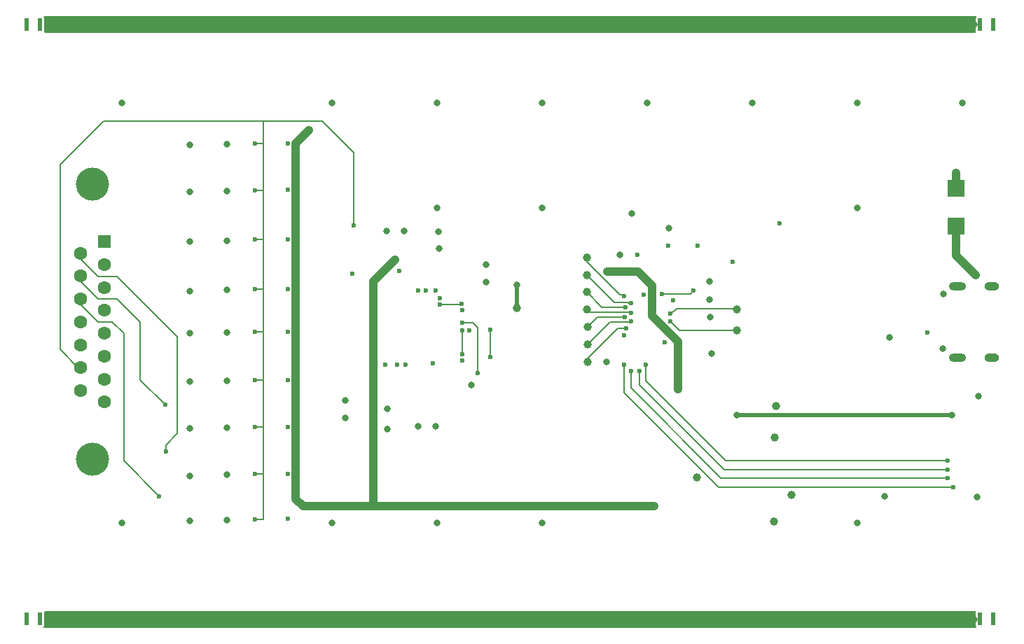
<source format=gbr>
%TF.GenerationSoftware,KiCad,Pcbnew,(7.0.0-0)*%
%TF.CreationDate,2023-03-23T21:01:42+01:00*%
%TF.ProjectId,SimpleECG_v0,53696d70-6c65-4454-9347-5f76302e6b69,rev?*%
%TF.SameCoordinates,Original*%
%TF.FileFunction,Copper,L4,Bot*%
%TF.FilePolarity,Positive*%
%FSLAX46Y46*%
G04 Gerber Fmt 4.6, Leading zero omitted, Abs format (unit mm)*
G04 Created by KiCad (PCBNEW (7.0.0-0)) date 2023-03-23 21:01:42*
%MOMM*%
%LPD*%
G01*
G04 APERTURE LIST*
%TA.AperFunction,ComponentPad*%
%ADD10C,4.000000*%
%TD*%
%TA.AperFunction,ComponentPad*%
%ADD11R,1.600000X1.600000*%
%TD*%
%TA.AperFunction,ComponentPad*%
%ADD12C,1.600000*%
%TD*%
%TA.AperFunction,ComponentPad*%
%ADD13O,2.100000X1.000000*%
%TD*%
%TA.AperFunction,ComponentPad*%
%ADD14O,1.800000X1.000000*%
%TD*%
%TA.AperFunction,SMDPad,CuDef*%
%ADD15C,1.000000*%
%TD*%
%TA.AperFunction,SMDPad,CuDef*%
%ADD16R,0.600000X1.500000*%
%TD*%
%TA.AperFunction,SMDPad,CuDef*%
%ADD17R,2.000000X2.000000*%
%TD*%
%TA.AperFunction,ViaPad*%
%ADD18C,0.600000*%
%TD*%
%TA.AperFunction,ViaPad*%
%ADD19C,0.800000*%
%TD*%
%TA.AperFunction,ViaPad*%
%ADD20C,1.000000*%
%TD*%
%TA.AperFunction,Conductor*%
%ADD21C,0.200000*%
%TD*%
%TA.AperFunction,Conductor*%
%ADD22C,0.500000*%
%TD*%
%TA.AperFunction,Conductor*%
%ADD23C,1.000000*%
%TD*%
G04 APERTURE END LIST*
D10*
%TO.P,J2,0*%
%TO.N,N/C*%
X62420000Y-39345000D03*
X62420000Y-72645000D03*
D11*
%TO.P,J2,1,Pin_1*%
%TO.N,/AFE/V2*%
X63839999Y-46299999D03*
D12*
%TO.P,J2,2,Pin_2*%
%TO.N,/AFE/V3*%
X63840000Y-49070000D03*
%TO.P,J2,3,Pin_3*%
%TO.N,/AFE/V4*%
X63840000Y-51840000D03*
%TO.P,J2,4,Pin_4*%
%TO.N,/AFE/V5*%
X63840000Y-54610000D03*
%TO.P,J2,5,Pin_5*%
%TO.N,/AFE/V6*%
X63840000Y-57380000D03*
%TO.P,J2,6,Pin_6*%
%TO.N,GND*%
X63840000Y-60150000D03*
%TO.P,J2,7,Pin_7*%
%TO.N,unconnected-(J2-Pin_7-Pad7)*%
X63840000Y-62920000D03*
%TO.P,J2,8,Pin_8*%
%TO.N,unconnected-(J2-Pin_8-Pad8)*%
X63840000Y-65690000D03*
%TO.P,J2,9,Pin_9*%
%TO.N,/AFE/RA*%
X61000000Y-47685000D03*
%TO.P,J2,10,Pin_10*%
%TO.N,/AFE/LA*%
X61000000Y-50455000D03*
%TO.P,J2,11,Pin_11*%
%TO.N,/AFE/LL*%
X61000000Y-53225000D03*
%TO.P,J2,12,Pin_12*%
%TO.N,/AFE/V1*%
X61000000Y-55995000D03*
%TO.P,J2,13,Pin_13*%
%TO.N,unconnected-(J2-Pin_13-Pad13)*%
X61000000Y-58765000D03*
%TO.P,J2,14,Pin_14*%
%TO.N,RL*%
X61000000Y-61535000D03*
%TO.P,J2,15,Pin_15*%
%TO.N,unconnected-(J2-Pin_15-Pad15)*%
X61000000Y-64305000D03*
%TD*%
D13*
%TO.P,J1,S1,SHIELD*%
%TO.N,unconnected-(J1-SHIELD-PadS1)*%
X166999999Y-60319999D03*
D14*
X171179999Y-60319999D03*
D13*
X166999999Y-51679999D03*
D14*
X171179999Y-51679999D03*
%TD*%
D15*
%TO.P,TP4,1,1*%
%TO.N,/AFE/MOSI*%
X122200000Y-54500000D03*
%TD*%
D16*
%TO.P,SHLD4,1*%
%TO.N,GND*%
X82199999Y-91899999D03*
X83799999Y-91899999D03*
%TD*%
D15*
%TO.P,TP7,1,1*%
%TO.N,/AFE/~{DRDY}*%
X122200000Y-48200000D03*
%TD*%
D17*
%TO.P,TP8,1,1*%
%TO.N,/Power/VBUS*%
X166849999Y-44399999D03*
%TD*%
D16*
%TO.P,SHLD4,1*%
%TO.N,GND*%
X143799999Y-20061499D03*
X142199999Y-20061499D03*
%TD*%
D15*
%TO.P,TP3,1,1*%
%TO.N,/AFE/MISO*%
X122200000Y-52400000D03*
%TD*%
D17*
%TO.P,TP9,1,1*%
%TO.N,GND*%
X166849999Y-39799999D03*
%TD*%
D15*
%TO.P,TP10,1,1*%
%TO.N,/STM32F1/PB6*%
X140300000Y-57000000D03*
%TD*%
D16*
%TO.P,SHLD4,1*%
%TO.N,GND*%
X83799999Y-20061499D03*
X82199999Y-20061499D03*
%TD*%
D15*
%TO.P,TP5,1,1*%
%TO.N,/AFE/START*%
X122300000Y-58700000D03*
%TD*%
%TO.P,TP2,1,1*%
%TO.N,/AFE/SCLK*%
X122200000Y-50300000D03*
%TD*%
%TO.P,TP11,1,1*%
%TO.N,/STM32F1/PB7*%
X140300000Y-54500000D03*
%TD*%
D16*
%TO.P,SHLD4,1*%
%TO.N,GND*%
X142199999Y-91938499D03*
X143799999Y-91938499D03*
%TD*%
%TO.P,SHLD4,1*%
%TO.N,GND*%
X112199999Y-91938499D03*
X113799999Y-91938499D03*
%TD*%
D15*
%TO.P,TP12,1,1*%
%TO.N,GND*%
X113700000Y-54300000D03*
%TD*%
%TO.P,TP1,1,1*%
%TO.N,/AFE/~{CS}*%
X122300000Y-56600000D03*
%TD*%
%TO.P,TP6,1,1*%
%TO.N,/AFE/~{RESET}*%
X122300000Y-60800000D03*
%TD*%
D16*
%TO.P,SHLD4,1*%
%TO.N,N/C*%
X56099999Y-20061499D03*
X54499999Y-20061499D03*
%TD*%
%TO.P,SHLD4,1*%
%TO.N,N/C*%
X171299999Y-20061499D03*
X169699999Y-20061499D03*
%TD*%
%TO.P,SHLD4,1*%
%TO.N,GND*%
X113799999Y-19999999D03*
X112199999Y-19999999D03*
%TD*%
%TO.P,SHLD4,1*%
%TO.N,N/C*%
X169699999Y-91938499D03*
X171299999Y-91938499D03*
%TD*%
%TO.P,SHLD4,1*%
%TO.N,N/C*%
X54499999Y-91938499D03*
X56099999Y-91938499D03*
%TD*%
D18*
%TO.N,/STM32F1/NRST*%
X135100000Y-52200000D03*
X131280000Y-52594500D03*
D19*
%TO.N,GND*%
X154900000Y-80300000D03*
D20*
X145024692Y-66148787D03*
D19*
X101000000Y-20000000D03*
X104249999Y-45050001D03*
X116800000Y-80300000D03*
X78700000Y-34500000D03*
X74212500Y-63193750D03*
D18*
X86012000Y-68700000D03*
D19*
X73000000Y-20000000D03*
X85000000Y-92000000D03*
X133000000Y-20000000D03*
X121000000Y-20000000D03*
D18*
X107100000Y-54600000D03*
D19*
X77000000Y-92000000D03*
D18*
X99550000Y-49850000D03*
D19*
X74212500Y-57393750D03*
X93000000Y-67600000D03*
X74212500Y-46243750D03*
X161000000Y-92000000D03*
X77000000Y-20000000D03*
X125000000Y-92000000D03*
X116800000Y-42200000D03*
X161000000Y-20000000D03*
D18*
X163315000Y-57300000D03*
D19*
X57000000Y-92000000D03*
X98049999Y-68949999D03*
X157000000Y-92000000D03*
X78700000Y-74506250D03*
X154900000Y-29500000D03*
X116800000Y-29500000D03*
X169500000Y-65000000D03*
X165000000Y-20000000D03*
X78700000Y-79950000D03*
D18*
X108000000Y-57000000D03*
D19*
X97000000Y-92000000D03*
X169400000Y-77200000D03*
X126180000Y-47870500D03*
X66000000Y-80300000D03*
X109000000Y-92000000D03*
X137049500Y-51100000D03*
D20*
X146920751Y-76899500D03*
D19*
X124600000Y-60800000D03*
D18*
X107100000Y-60700000D03*
D20*
X144900000Y-69960000D03*
D19*
X74212500Y-52243750D03*
X113000000Y-20000000D03*
D18*
X126680000Y-57620000D03*
D19*
X73000000Y-92000000D03*
X100100000Y-45000000D03*
X101000000Y-92000000D03*
X149000000Y-92000000D03*
X137049500Y-53300000D03*
X133000000Y-92000000D03*
D18*
X103600000Y-61000000D03*
D19*
X154900000Y-42200000D03*
D18*
X132030500Y-46820000D03*
D19*
X158200000Y-77100000D03*
X89000000Y-20000000D03*
X85000000Y-20000000D03*
X117000000Y-20000000D03*
D18*
X86012000Y-40000000D03*
D19*
X129500000Y-29500000D03*
D18*
X86012000Y-46000000D03*
D19*
X98100000Y-66500000D03*
X91400000Y-80300000D03*
X108200000Y-63600000D03*
X129000000Y-20000000D03*
X89000000Y-92000000D03*
X129000000Y-92000000D03*
X103900000Y-68600000D03*
X61000000Y-20000000D03*
D18*
X99300000Y-61200000D03*
X131594786Y-58477753D03*
X132576613Y-53418137D03*
D20*
X135462793Y-74793457D03*
D19*
X137099500Y-55400000D03*
X113000000Y-92000000D03*
D18*
X103899500Y-52167384D03*
D19*
X105000000Y-92000000D03*
D18*
X93800000Y-50200000D03*
D19*
X57000000Y-20000000D03*
X145000000Y-20000000D03*
X153000000Y-92000000D03*
X137000000Y-92000000D03*
X78700000Y-68800000D03*
X149000000Y-20000000D03*
X93000000Y-65500000D03*
X69000000Y-92000000D03*
X127630000Y-42870000D03*
X66000000Y-29500000D03*
X153000000Y-20000000D03*
X132130000Y-44670000D03*
X109000000Y-20000000D03*
X78700000Y-46150000D03*
X65000000Y-20000000D03*
X101800000Y-68600000D03*
X137000000Y-20000000D03*
D18*
X86012000Y-34400000D03*
D19*
X165315000Y-52600000D03*
D18*
X86012000Y-74400000D03*
D19*
X78700000Y-63100000D03*
X98000000Y-45000000D03*
X93000000Y-20000000D03*
D18*
X129078424Y-52721576D03*
X104400000Y-53100000D03*
D19*
X121000000Y-92000000D03*
X74212500Y-68893750D03*
D20*
X144800000Y-80156250D03*
D18*
X145460717Y-44039283D03*
X128280000Y-47920000D03*
D19*
X165215000Y-59200000D03*
D18*
X86012000Y-57200000D03*
D19*
X81000000Y-92000000D03*
X78700000Y-52150000D03*
D18*
X101800000Y-52200000D03*
D19*
X104100000Y-29500000D03*
X104100000Y-80300000D03*
X167600000Y-29500000D03*
X104100000Y-42200000D03*
D18*
X102700000Y-52167384D03*
D19*
X169000000Y-92000000D03*
X97000000Y-20000000D03*
X169000000Y-20000000D03*
X65000000Y-92000000D03*
X141000000Y-92000000D03*
D18*
X100300000Y-61200000D03*
D19*
X91400000Y-29500000D03*
D18*
X86012000Y-79800000D03*
D19*
X104300000Y-47100000D03*
D18*
X139805000Y-48700000D03*
D19*
X78700000Y-57300000D03*
X74212500Y-34593750D03*
X69000000Y-20000000D03*
X105000000Y-20000000D03*
D18*
X135580000Y-46820000D03*
D19*
X113700000Y-51500000D03*
X137300000Y-59800000D03*
X142200000Y-29500000D03*
X145000000Y-92000000D03*
X74212500Y-40243750D03*
X158800000Y-57900000D03*
X74212500Y-80043750D03*
D20*
X166850001Y-37950001D03*
D19*
X78700000Y-40150000D03*
X110000000Y-51200000D03*
X165000000Y-92000000D03*
D18*
X86012000Y-63000000D03*
D19*
X157000000Y-20000000D03*
X125000000Y-20000000D03*
X141000000Y-20000000D03*
X81000000Y-20000000D03*
X74212500Y-74600000D03*
X117000000Y-92000000D03*
D18*
X97800000Y-61200000D03*
X86012000Y-52000000D03*
D19*
X61000000Y-92000000D03*
X93000000Y-92000000D03*
X110000000Y-49100000D03*
D18*
%TO.N,+3V3*%
X110499500Y-56900000D03*
D19*
X133200000Y-61600000D03*
X140300000Y-67300000D03*
X124700000Y-49900000D03*
D20*
X133200000Y-64100000D03*
D19*
X133200000Y-59700000D03*
D18*
X110499500Y-60200000D03*
D19*
X166300000Y-67300000D03*
D20*
%TO.N,/Power/VBUS*%
X169200000Y-50300000D03*
D18*
%TO.N,/STM32F1/PB6*%
X132300000Y-55900000D03*
%TO.N,/STM32F1/PB7*%
X132300000Y-55000000D03*
%TO.N,RL*%
X82100500Y-57200000D03*
X94000000Y-44300000D03*
X82100500Y-63000000D03*
X82100500Y-74406250D03*
X82100500Y-79850000D03*
X82100500Y-40050000D03*
X82100500Y-68700000D03*
X82100500Y-46050000D03*
X82100500Y-34400000D03*
X82100500Y-52050000D03*
%TO.N,+3.3VADC*%
X88600000Y-32800000D03*
X87012000Y-42100000D03*
X87012000Y-75900000D03*
D20*
X96400000Y-69300000D03*
D18*
X87012000Y-59300000D03*
X87012000Y-36200000D03*
D20*
X99000000Y-48500000D03*
D18*
X87012000Y-70800000D03*
X87012000Y-65100000D03*
X87012000Y-48100000D03*
X87012000Y-53500000D03*
D20*
X130300000Y-78300000D03*
D18*
%TO.N,/AFE/RA*%
X71300000Y-71700000D03*
%TO.N,/AFE/LA*%
X71200000Y-66000000D03*
%TO.N,/AFE/LL*%
X70500000Y-77100000D03*
%TO.N,/AFE/ADS_STATUS*%
X107100000Y-56100000D03*
X109000000Y-62200000D03*
%TO.N,/AFE/~{RESET}*%
X126911283Y-56799500D03*
%TO.N,/AFE/~{CS}*%
X126773451Y-55397241D03*
%TO.N,/AFE/MOSI*%
X107105806Y-59889649D03*
X127514195Y-54888171D03*
X107100000Y-57000000D03*
%TO.N,/AFE/START*%
X127500000Y-55900000D03*
%TO.N,/AFE/SCLK*%
X104400000Y-53899503D03*
X127500000Y-53700000D03*
X107079501Y-53769999D03*
%TO.N,/AFE/MISO*%
X126843482Y-54198241D03*
%TO.N,/AFE/~{DRDY}*%
X126722170Y-52903000D03*
%TO.N,/SD_CS*%
X165800000Y-72760000D03*
X129300000Y-61200000D03*
%TO.N,/SPI2_MOSI*%
X165800000Y-73900000D03*
X128550000Y-61950000D03*
%TO.N,/SPI2_CLK*%
X126700000Y-61200000D03*
X166500000Y-76000000D03*
%TO.N,/SPI2_MISO*%
X127500000Y-61950000D03*
X165800000Y-74900000D03*
%TD*%
D21*
%TO.N,/STM32F1/NRST*%
X131280000Y-52594500D02*
X134705500Y-52594500D01*
X134705500Y-52594500D02*
X135100000Y-52200000D01*
D22*
%TO.N,GND*%
X113700000Y-54300000D02*
X113700000Y-51500000D01*
D23*
X166850000Y-37950002D02*
X166850001Y-37950001D01*
X166850000Y-39800000D02*
X166850000Y-37950002D01*
D22*
%TO.N,+3V3*%
X140300000Y-67300000D02*
X164100000Y-67300000D01*
D23*
X133200000Y-64100000D02*
X133200000Y-61600000D01*
X133200000Y-58386493D02*
X130100000Y-55286494D01*
X133200000Y-59700000D02*
X133200000Y-58386493D01*
X128400000Y-49900000D02*
X124700000Y-49900000D01*
X133200000Y-61600000D02*
X133200000Y-59700000D01*
X130100000Y-51600000D02*
X128400000Y-49900000D01*
D21*
X110499500Y-56900000D02*
X110499500Y-60200000D01*
D23*
X130100000Y-55286494D02*
X130100000Y-51600000D01*
D22*
X164100000Y-67300000D02*
X166300000Y-67300000D01*
D23*
%TO.N,/Power/VBUS*%
X166850000Y-44400000D02*
X166850000Y-47950000D01*
X166850000Y-47950000D02*
X169200000Y-50300000D01*
D21*
%TO.N,/STM32F1/PB6*%
X133400000Y-57000000D02*
X140300000Y-57000000D01*
X132300000Y-55900000D02*
X133400000Y-57000000D01*
%TO.N,/STM32F1/PB7*%
X132300000Y-55000000D02*
X132400000Y-55000000D01*
X140200000Y-54400000D02*
X140300000Y-54500000D01*
X133000000Y-54400000D02*
X140200000Y-54400000D01*
X132400000Y-55000000D02*
X133000000Y-54400000D01*
%TO.N,RL*%
X63800000Y-31700000D02*
X83100000Y-31700000D01*
X82100500Y-34400000D02*
X83100000Y-34400000D01*
X82100500Y-63000000D02*
X83100000Y-63000000D01*
X58500000Y-59350000D02*
X58500000Y-37000000D01*
X82100500Y-46050000D02*
X83100000Y-46050000D01*
X82100500Y-40050000D02*
X83100000Y-40050000D01*
X82100500Y-57200000D02*
X83100000Y-57200000D01*
X82100500Y-52050000D02*
X83100000Y-52050000D01*
X58500000Y-37000000D02*
X63800000Y-31700000D01*
X82100500Y-68700000D02*
X83100000Y-68700000D01*
X61000000Y-61535000D02*
X60685000Y-61535000D01*
X60685000Y-61535000D02*
X58500000Y-59350000D01*
X82100500Y-79850000D02*
X83100000Y-79850000D01*
X83100000Y-79850000D02*
X83100000Y-31700000D01*
X94000000Y-35500000D02*
X94000000Y-44300000D01*
X83100000Y-31700000D02*
X90200000Y-31700000D01*
X82100500Y-74406250D02*
X83100000Y-74406250D01*
X90200000Y-31700000D02*
X94000000Y-35500000D01*
D23*
%TO.N,+3.3VADC*%
X87012000Y-36200000D02*
X87012000Y-34388000D01*
X87012000Y-48100000D02*
X87012000Y-42100000D01*
X96400000Y-69300000D02*
X96400000Y-51100000D01*
X87012000Y-34388000D02*
X88600000Y-32800000D01*
X87012000Y-75900000D02*
X87012000Y-70800000D01*
X96400000Y-78300000D02*
X96400000Y-69300000D01*
X87012000Y-75900000D02*
X87012000Y-77412000D01*
X87012000Y-53500000D02*
X87012000Y-48100000D01*
X87012000Y-77412000D02*
X87900000Y-78300000D01*
X96400000Y-78300000D02*
X130300000Y-78300000D01*
X87012000Y-70800000D02*
X87012000Y-65100000D01*
X96400000Y-78300000D02*
X87900000Y-78300000D01*
X87012000Y-59300000D02*
X87012000Y-53500000D01*
X87012000Y-65100000D02*
X87012000Y-59300000D01*
X87012000Y-42100000D02*
X87012000Y-36200000D01*
X96400000Y-51100000D02*
X99000000Y-48500000D01*
D21*
%TO.N,/AFE/RA*%
X72700000Y-57800000D02*
X65385000Y-50485000D01*
X71300000Y-70900000D02*
X72700000Y-69500000D01*
X72700000Y-69500000D02*
X72700000Y-57800000D01*
X63085000Y-50485000D02*
X61000000Y-48400000D01*
X61000000Y-48400000D02*
X61000000Y-47685000D01*
X71300000Y-71700000D02*
X71300000Y-70900000D01*
X65385000Y-50485000D02*
X63085000Y-50485000D01*
%TO.N,/AFE/LA*%
X68200000Y-56000000D02*
X65400000Y-53200000D01*
X68200000Y-63000000D02*
X68200000Y-56000000D01*
X71200000Y-66000000D02*
X68200000Y-63000000D01*
X63100000Y-53200000D02*
X61000000Y-51100000D01*
X61000000Y-51100000D02*
X61000000Y-50455000D01*
X65400000Y-53200000D02*
X63100000Y-53200000D01*
%TO.N,/AFE/LL*%
X70500000Y-77100000D02*
X66200000Y-72800000D01*
X66200000Y-57400000D02*
X64800000Y-56000000D01*
X63100000Y-56000000D02*
X61000000Y-53900000D01*
X66200000Y-72800000D02*
X66200000Y-57400000D01*
X64800000Y-56000000D02*
X63100000Y-56000000D01*
X61000000Y-53900000D02*
X61000000Y-53225000D01*
%TO.N,/AFE/ADS_STATUS*%
X109000000Y-57000000D02*
X109000000Y-62200000D01*
X108400000Y-56100000D02*
X109000000Y-56700000D01*
X107100000Y-56100000D02*
X108400000Y-56100000D01*
X109000000Y-56700000D02*
X109000000Y-57000000D01*
%TO.N,/AFE/~{RESET}*%
X122300000Y-60800000D02*
X122300000Y-60400000D01*
X125900500Y-56799500D02*
X126911283Y-56799500D01*
X122300000Y-60400000D02*
X125900500Y-56799500D01*
%TO.N,/AFE/~{CS}*%
X122300000Y-56600000D02*
X123502759Y-55397241D01*
X123502759Y-55397241D02*
X126773451Y-55397241D01*
%TO.N,/AFE/MOSI*%
X122200000Y-54500000D02*
X122497741Y-54797741D01*
X122497741Y-54797741D02*
X127423765Y-54797741D01*
X107100000Y-57000000D02*
X107100000Y-59883843D01*
X127423765Y-54797741D02*
X127514195Y-54888171D01*
X107100000Y-59883843D02*
X107105806Y-59889649D01*
%TO.N,/AFE/START*%
X127400000Y-56000000D02*
X127500000Y-55900000D01*
X122300000Y-58700000D02*
X125000000Y-56000000D01*
X125000000Y-56000000D02*
X127400000Y-56000000D01*
%TO.N,/AFE/SCLK*%
X122200000Y-50300000D02*
X125498741Y-53598741D01*
X127193063Y-53700000D02*
X127500000Y-53700000D01*
X106949997Y-53899503D02*
X104400000Y-53899503D01*
X107079501Y-53769999D02*
X106949997Y-53899503D01*
X125498741Y-53598741D02*
X127091804Y-53598741D01*
X127091804Y-53598741D02*
X127193063Y-53700000D01*
%TO.N,/AFE/MISO*%
X123998241Y-54198241D02*
X126843482Y-54198241D01*
X122200000Y-52400000D02*
X123998241Y-54198241D01*
%TO.N,/AFE/~{DRDY}*%
X126519170Y-52700000D02*
X126722170Y-52903000D01*
X122200000Y-48200000D02*
X122200000Y-48700000D01*
X122200000Y-48700000D02*
X126200000Y-52700000D01*
X126200000Y-52700000D02*
X126519170Y-52700000D01*
%TO.N,/SD_CS*%
X129300000Y-61200000D02*
X129300000Y-63100000D01*
X138960000Y-72760000D02*
X165800000Y-72760000D01*
X129300000Y-63100000D02*
X138960000Y-72760000D01*
%TO.N,/SPI2_MOSI*%
X138800000Y-73900000D02*
X128550000Y-63650000D01*
X165800000Y-73900000D02*
X138800000Y-73900000D01*
X128550000Y-63650000D02*
X128550000Y-61950000D01*
%TO.N,/SPI2_CLK*%
X126700000Y-61200000D02*
X126700000Y-64600000D01*
X138100000Y-76000000D02*
X166500000Y-76000000D01*
X126700000Y-64600000D02*
X138100000Y-76000000D01*
%TO.N,/SPI2_MISO*%
X127500000Y-64000000D02*
X138400000Y-74900000D01*
X127500000Y-61950000D02*
X127500000Y-64000000D01*
X138400000Y-74900000D02*
X165800000Y-74900000D01*
%TD*%
%TA.AperFunction,Conductor*%
%TO.N,GND*%
G36*
X169240580Y-19017185D02*
G01*
X169277043Y-19061614D01*
X169282677Y-19118814D01*
X169257783Y-19165387D01*
X169255448Y-19166948D01*
X169250030Y-19175055D01*
X169250028Y-19175058D01*
X169216551Y-19225159D01*
X169216549Y-19225163D01*
X169211133Y-19233269D01*
X169209231Y-19242830D01*
X169209230Y-19242833D01*
X169200447Y-19286988D01*
X169200446Y-19286994D01*
X169199500Y-19291752D01*
X169199500Y-20831248D01*
X169200446Y-20836006D01*
X169200447Y-20836011D01*
X169209533Y-20881686D01*
X169203899Y-20938885D01*
X169167437Y-20983315D01*
X169112435Y-21000000D01*
X56687565Y-21000000D01*
X56632563Y-20983315D01*
X56596101Y-20938885D01*
X56590467Y-20881686D01*
X56600500Y-20831248D01*
X56600500Y-19291752D01*
X56588867Y-19233269D01*
X56544552Y-19166948D01*
X56542216Y-19165387D01*
X56517323Y-19118814D01*
X56522957Y-19061614D01*
X56559420Y-19017185D01*
X56614421Y-19000500D01*
X169185579Y-19000500D01*
X169240580Y-19017185D01*
G37*
%TD.AperFunction*%
%TD*%
%TA.AperFunction,Conductor*%
%TO.N,GND*%
G36*
X169167437Y-91016685D02*
G01*
X169203899Y-91061115D01*
X169209533Y-91118314D01*
X169200447Y-91163988D01*
X169200446Y-91163994D01*
X169199500Y-91168752D01*
X169199500Y-92708248D01*
X169211133Y-92766731D01*
X169255448Y-92833052D01*
X169257783Y-92834612D01*
X169282677Y-92881186D01*
X169277043Y-92938386D01*
X169240580Y-92982815D01*
X169185579Y-92999500D01*
X56614421Y-92999500D01*
X56559420Y-92982815D01*
X56522957Y-92938386D01*
X56517323Y-92881186D01*
X56542216Y-92834612D01*
X56544552Y-92833052D01*
X56588867Y-92766731D01*
X56600500Y-92708248D01*
X56600500Y-91168752D01*
X56590467Y-91118313D01*
X56596101Y-91061115D01*
X56632563Y-91016685D01*
X56687565Y-91000000D01*
X169112435Y-91000000D01*
X169167437Y-91016685D01*
G37*
%TD.AperFunction*%
%TD*%
M02*

</source>
